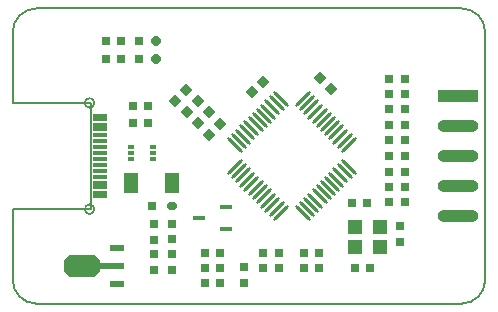
<source format=gtp>
G04*
G04 #@! TF.GenerationSoftware,Altium Limited,Altium Designer,18.1.9 (240)*
G04*
G04 Layer_Color=8421504*
%FSLAX25Y25*%
%MOIN*%
G70*
G01*
G75*
%ADD15C,0.00600*%
%ADD18C,0.00500*%
%ADD20R,0.02200X0.01300*%
%ADD21R,0.04528X0.01181*%
G04:AMPARAMS|DCode=22|XSize=31.5mil|YSize=27.56mil|CornerRadius=0mil|HoleSize=0mil|Usage=FLASHONLY|Rotation=0.000|XOffset=0mil|YOffset=0mil|HoleType=Round|Shape=Octagon|*
%AMOCTAGOND22*
4,1,8,0.01575,-0.00689,0.01575,0.00689,0.00886,0.01378,-0.00886,0.01378,-0.01575,0.00689,-0.01575,-0.00689,-0.00886,-0.01378,0.00886,-0.01378,0.01575,-0.00689,0.0*
%
%ADD22OCTAGOND22*%

%ADD23R,0.03150X0.02756*%
%ADD24R,0.03000X0.03000*%
G04:AMPARAMS|DCode=25|XSize=11mil|YSize=70.87mil|CornerRadius=0mil|HoleSize=0mil|Usage=FLASHONLY|Rotation=225.000|XOffset=0mil|YOffset=0mil|HoleType=Round|Shape=Round|*
%AMOVALD25*
21,1,0.05987,0.01100,0.00000,0.00000,315.0*
1,1,0.01100,-0.02117,0.02117*
1,1,0.01100,0.02117,-0.02117*
%
%ADD25OVALD25*%

%ADD26R,0.05000X0.06500*%
%ADD27P,0.04243X4X180.0*%
%ADD28O,0.13780X0.04016*%
%ADD29R,0.13780X0.04016*%
%ADD30R,0.05118X0.04724*%
%ADD31R,0.03000X0.03000*%
G04:AMPARAMS|DCode=32|XSize=70.87mil|YSize=118.11mil|CornerRadius=0mil|HoleSize=0mil|Usage=FLASHONLY|Rotation=270.000|XOffset=0mil|YOffset=0mil|HoleType=Round|Shape=Octagon|*
%AMOCTAGOND32*
4,1,8,0.05906,0.01772,0.05906,-0.01772,0.04134,-0.03543,-0.04134,-0.03543,-0.05906,-0.01772,-0.05906,0.01772,-0.04134,0.03543,0.04134,0.03543,0.05906,0.01772,0.0*
%
%ADD32OCTAGOND32*%

%ADD33R,0.04724X0.02362*%
%ADD34R,0.08268X0.02362*%
%ADD35P,0.04243X4X270.0*%
G04:AMPARAMS|DCode=36|XSize=11mil|YSize=70.87mil|CornerRadius=0mil|HoleSize=0mil|Usage=FLASHONLY|Rotation=135.000|XOffset=0mil|YOffset=0mil|HoleType=Round|Shape=Round|*
%AMOVALD36*
21,1,0.05987,0.01100,0.00000,0.00000,225.0*
1,1,0.01100,0.02117,0.02117*
1,1,0.01100,-0.02117,-0.02117*
%
%ADD36OVALD36*%

%ADD37R,0.03937X0.01772*%
%ADD38P,0.03409X8X22.5*%
%ADD39R,0.03150X0.03150*%
D15*
X149606Y0D02*
G03*
X157480Y7874I0J7874D01*
G01*
X0D02*
G03*
X7874Y0I7874J0D01*
G01*
Y98425D02*
G03*
X0Y90551I0J-7874D01*
G01*
X157480D02*
G03*
X149606Y98425I-7874J0D01*
G01*
X0Y7874D02*
Y31496D01*
Y66929D02*
Y90551D01*
X7874Y98425D02*
X149606Y98425D01*
X157480Y7874D02*
Y90551D01*
X7874Y0D02*
X149606D01*
D18*
X27165Y66929D02*
G03*
X27165Y66929I-1575J0D01*
G01*
Y31496D02*
G03*
X27165Y31496I-1575J0D01*
G01*
X0D02*
X25984D01*
Y66929D01*
X0D02*
X25984D01*
D20*
X46649Y52165D02*
D03*
Y50197D02*
D03*
Y48228D02*
D03*
X39349D02*
D03*
Y50197D02*
D03*
Y52165D02*
D03*
D21*
X29134Y62598D02*
D03*
Y61417D02*
D03*
Y35827D02*
D03*
Y37008D02*
D03*
Y59449D02*
D03*
Y56102D02*
D03*
Y54134D02*
D03*
Y52165D02*
D03*
Y38976D02*
D03*
Y58268D02*
D03*
Y40157D02*
D03*
Y42323D02*
D03*
Y44291D02*
D03*
Y46260D02*
D03*
Y50197D02*
D03*
Y48228D02*
D03*
D22*
X53000Y32500D02*
D03*
D23*
X46307D02*
D03*
D24*
X83500Y17000D02*
D03*
X88618D02*
D03*
X130618Y34000D02*
D03*
X125500D02*
D03*
X118118Y33656D02*
D03*
X113000D02*
D03*
X119118Y12000D02*
D03*
X114000D02*
D03*
X97000Y17000D02*
D03*
X102118D02*
D03*
X97000Y12000D02*
D03*
X102118D02*
D03*
X45059Y66000D02*
D03*
X39941D02*
D03*
X45059Y60148D02*
D03*
X39941D02*
D03*
X36118Y87500D02*
D03*
X31000D02*
D03*
X125500Y59500D02*
D03*
X130618D02*
D03*
X125500Y54500D02*
D03*
X130618D02*
D03*
X125500Y75000D02*
D03*
X130618D02*
D03*
X125500Y70000D02*
D03*
X130618D02*
D03*
X125500Y64769D02*
D03*
X130618D02*
D03*
Y49213D02*
D03*
X125500D02*
D03*
X130618Y44000D02*
D03*
X125500D02*
D03*
Y39000D02*
D03*
X130618D02*
D03*
X88618Y12000D02*
D03*
X83500D02*
D03*
X36118Y81500D02*
D03*
X31000D02*
D03*
X69118Y17000D02*
D03*
X64000D02*
D03*
X69118Y7000D02*
D03*
X64000D02*
D03*
Y12000D02*
D03*
X69118D02*
D03*
D25*
X78175Y57078D02*
D03*
X79567Y58470D02*
D03*
X73999Y52902D02*
D03*
X75391Y54294D02*
D03*
X76783Y55686D02*
D03*
X80959Y59862D02*
D03*
X82350Y61254D02*
D03*
X83742Y62646D02*
D03*
X85134Y64038D02*
D03*
X86526Y65430D02*
D03*
X87918Y66822D02*
D03*
X89310Y68214D02*
D03*
X112001Y45523D02*
D03*
X110609Y44131D02*
D03*
X109217Y42739D02*
D03*
X107825Y41347D02*
D03*
X106433Y39955D02*
D03*
X105041Y38563D02*
D03*
X103649Y37171D02*
D03*
X102258Y35779D02*
D03*
X100866Y34387D02*
D03*
X99474Y32995D02*
D03*
X98082Y31603D02*
D03*
X96690Y30211D02*
D03*
D26*
X53000Y40213D02*
D03*
X39500D02*
D03*
D27*
X106028Y71690D02*
D03*
X102409Y75309D02*
D03*
D28*
X148500Y39213D02*
D03*
Y59213D02*
D03*
Y49213D02*
D03*
Y29213D02*
D03*
D29*
Y69213D02*
D03*
D30*
X114000Y19000D02*
D03*
X122268D02*
D03*
Y25693D02*
D03*
X114000D02*
D03*
D31*
X53000Y11382D02*
D03*
Y16500D02*
D03*
Y21501D02*
D03*
Y26619D02*
D03*
X47000Y21382D02*
D03*
Y26500D02*
D03*
X77000Y12118D02*
D03*
Y7000D02*
D03*
X129000Y20673D02*
D03*
Y25791D02*
D03*
X47000Y11382D02*
D03*
Y16500D02*
D03*
D32*
X23200Y12500D02*
D03*
D33*
X34693Y18406D02*
D03*
Y6594D02*
D03*
D34*
X33000Y12500D02*
D03*
D35*
X61619Y67426D02*
D03*
X58000Y63807D02*
D03*
X65381Y56381D02*
D03*
X69000Y60000D02*
D03*
X57810Y71310D02*
D03*
X54190Y67691D02*
D03*
X61690Y60106D02*
D03*
X65310Y63725D02*
D03*
X83260Y74040D02*
D03*
X79641Y70421D02*
D03*
D36*
X89310Y30211D02*
D03*
X87918Y31603D02*
D03*
X86526Y32995D02*
D03*
X85134Y34387D02*
D03*
X83742Y35779D02*
D03*
X82350Y37171D02*
D03*
X80959Y38563D02*
D03*
X79567Y39955D02*
D03*
X78175Y41347D02*
D03*
X76783Y42739D02*
D03*
X75391Y44131D02*
D03*
X73999Y45523D02*
D03*
X96690Y68214D02*
D03*
X98082Y66822D02*
D03*
X99474Y65430D02*
D03*
X100866Y64038D02*
D03*
X102258Y62646D02*
D03*
X103649Y61254D02*
D03*
X105041Y59862D02*
D03*
X106433Y58470D02*
D03*
X107825Y57078D02*
D03*
X109217Y55686D02*
D03*
X110609Y54294D02*
D03*
X112001Y52902D02*
D03*
D37*
X62071Y28590D02*
D03*
X71000Y32330D02*
D03*
Y24850D02*
D03*
D38*
X47905Y87500D02*
D03*
Y81500D02*
D03*
D39*
X42000Y87500D02*
D03*
Y81500D02*
D03*
M02*

</source>
